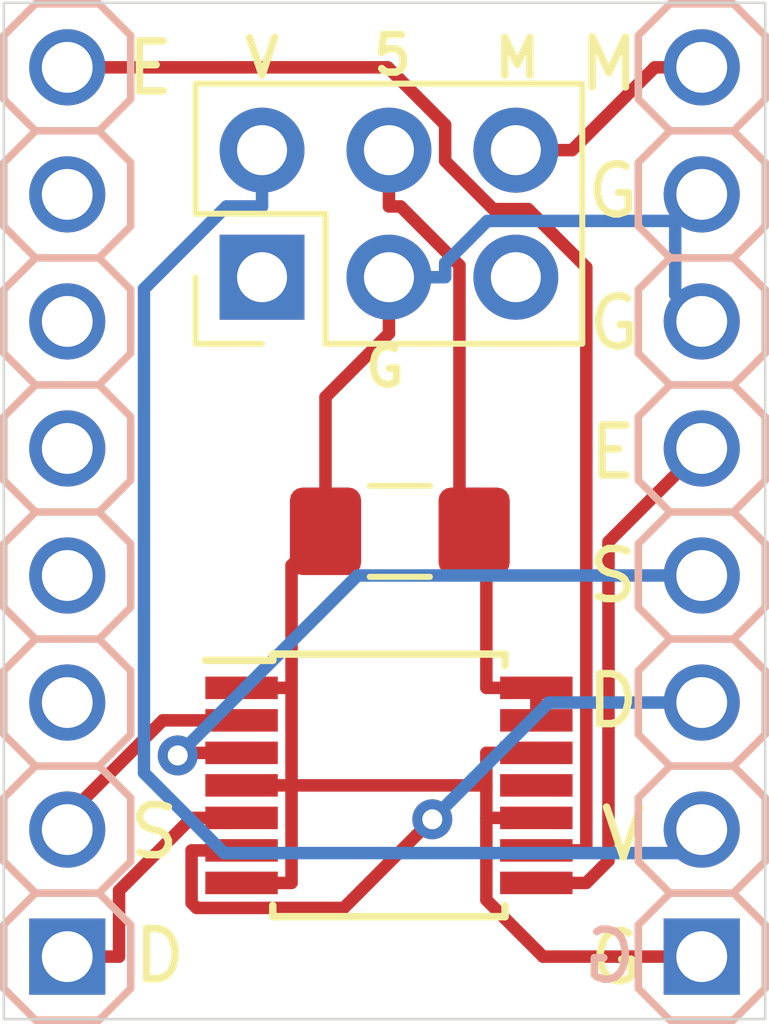
<source format=kicad_pcb>
(kicad_pcb (version 20171130) (host pcbnew 5.1.5-52549c5~86~ubuntu18.04.1)

  (general
    (thickness 1.6)
    (drawings 20)
    (tracks 78)
    (zones 0)
    (modules 5)
    (nets 11)
  )

  (page A4)
  (layers
    (0 Top signal)
    (31 Bottom signal)
    (36 B.SilkS user)
    (37 F.SilkS user)
    (38 B.Mask user hide)
    (39 F.Mask user hide)
    (40 Dwgs.User user hide)
    (41 Cmts.User user hide)
    (44 Edge.Cuts user hide)
    (45 Margin user hide)
    (46 B.CrtYd user hide)
    (47 F.CrtYd user hide)
  )

  (setup
    (last_trace_width 0.25)
    (trace_clearance 0.15)
    (zone_clearance 0.508)
    (zone_45_only no)
    (trace_min 0.15)
    (via_size 0.8)
    (via_drill 0.4)
    (via_min_size 0.4)
    (via_min_drill 0.3)
    (uvia_size 0.3)
    (uvia_drill 0.1)
    (uvias_allowed no)
    (uvia_min_size 0.2)
    (uvia_min_drill 0.1)
    (edge_width 0.05)
    (segment_width 0.2)
    (pcb_text_width 0.3)
    (pcb_text_size 1.5 1.5)
    (mod_edge_width 0.12)
    (mod_text_size 1 1)
    (mod_text_width 0.15)
    (pad_size 1.524 1.524)
    (pad_drill 0.762)
    (pad_to_mask_clearance 0.051)
    (solder_mask_min_width 0.25)
    (aux_axis_origin 0 0)
    (visible_elements FFFFFF7F)
    (pcbplotparams
      (layerselection 0x010f0_ffffffff)
      (usegerberextensions true)
      (usegerberattributes true)
      (usegerberadvancedattributes false)
      (creategerberjobfile false)
      (excludeedgelayer true)
      (linewidth 0.100000)
      (plotframeref false)
      (viasonmask false)
      (mode 1)
      (useauxorigin false)
      (hpglpennumber 1)
      (hpglpenspeed 20)
      (hpglpendiameter 15.000000)
      (psnegative false)
      (psa4output false)
      (plotreference true)
      (plotvalue true)
      (plotinvisibletext false)
      (padsonsilk false)
      (subtractmaskfromsilk false)
      (outputformat 1)
      (mirror false)
      (drillshape 0)
      (scaleselection 1)
      (outputdirectory "/home/wormley/tmp/z/"))
  )

  (net 0 "")
  (net 1 GND)
  (net 2 /BMB2)
  (net 3 /BMA1)
  (net 4 /VCC_IO)
  (net 5 /BMB1)
  (net 6 "Net-(C1-Pad1)")
  (net 7 /+VM)
  (net 8 /EN)
  (net 9 /STEP)
  (net 10 /DIR)

  (net_class Default "This is the default net class."
    (clearance 0.15)
    (trace_width 0.25)
    (via_dia 0.8)
    (via_drill 0.4)
    (uvia_dia 0.3)
    (uvia_drill 0.1)
    (add_net /+VM)
    (add_net /BMA1)
    (add_net /BMB1)
    (add_net /BMB2)
    (add_net /DIR)
    (add_net /EN)
    (add_net /STEP)
    (add_net /VCC_IO)
    (add_net GND)
    (add_net "Net-(C1-Pad1)")
  )

  (module Package_SO:TSSOP-14_4.4x5mm_P0.65mm (layer Top) (tedit 5A02F25C) (tstamp 5E1FAF8D)
    (at 148.59 110.49)
    (descr "14-Lead Plastic Thin Shrink Small Outline (ST)-4.4 mm Body [TSSOP] (see Microchip Packaging Specification 00000049BS.pdf)")
    (tags "SSOP 0.65")
    (path /5E206CAC)
    (attr smd)
    (fp_text reference U1 (at 0 -3.55) (layer F.SilkS) hide
      (effects (font (size 1 1) (thickness 0.15)))
    )
    (fp_text value SN74LV4T125 (at 0 3.55) (layer F.Fab) hide
      (effects (font (size 1 1) (thickness 0.15)))
    )
    (fp_text user %R (at 0 0) (layer F.Fab)
      (effects (font (size 0.8 0.8) (thickness 0.15)))
    )
    (fp_line (start -2.325 -2.5) (end -3.675 -2.5) (layer F.SilkS) (width 0.15))
    (fp_line (start -2.325 2.625) (end 2.325 2.625) (layer F.SilkS) (width 0.15))
    (fp_line (start -2.325 -2.625) (end 2.325 -2.625) (layer F.SilkS) (width 0.15))
    (fp_line (start -2.325 2.625) (end -2.325 2.4) (layer F.SilkS) (width 0.15))
    (fp_line (start 2.325 2.625) (end 2.325 2.4) (layer F.SilkS) (width 0.15))
    (fp_line (start 2.325 -2.625) (end 2.325 -2.4) (layer F.SilkS) (width 0.15))
    (fp_line (start -2.325 -2.625) (end -2.325 -2.5) (layer F.SilkS) (width 0.15))
    (fp_line (start -3.95 2.8) (end 3.95 2.8) (layer F.CrtYd) (width 0.05))
    (fp_line (start -3.95 -2.8) (end 3.95 -2.8) (layer F.CrtYd) (width 0.05))
    (fp_line (start 3.95 -2.8) (end 3.95 2.8) (layer F.CrtYd) (width 0.05))
    (fp_line (start -3.95 -2.8) (end -3.95 2.8) (layer F.CrtYd) (width 0.05))
    (fp_line (start -2.2 -1.5) (end -1.2 -2.5) (layer F.Fab) (width 0.15))
    (fp_line (start -2.2 2.5) (end -2.2 -1.5) (layer F.Fab) (width 0.15))
    (fp_line (start 2.2 2.5) (end -2.2 2.5) (layer F.Fab) (width 0.15))
    (fp_line (start 2.2 -2.5) (end 2.2 2.5) (layer F.Fab) (width 0.15))
    (fp_line (start -1.2 -2.5) (end 2.2 -2.5) (layer F.Fab) (width 0.15))
    (pad 14 smd rect (at 2.95 -1.95) (size 1.45 0.45) (layers Top F.Paste F.Mask)
      (net 6 "Net-(C1-Pad1)"))
    (pad 13 smd rect (at 2.95 -1.3) (size 1.45 0.45) (layers Top F.Paste F.Mask)
      (net 6 "Net-(C1-Pad1)"))
    (pad 12 smd rect (at 2.95 -0.65) (size 1.45 0.45) (layers Top F.Paste F.Mask)
      (net 1 GND))
    (pad 11 smd rect (at 2.95 0) (size 1.45 0.45) (layers Top F.Paste F.Mask))
    (pad 10 smd rect (at 2.95 0.65) (size 1.45 0.45) (layers Top F.Paste F.Mask)
      (net 1 GND))
    (pad 9 smd rect (at 2.95 1.3) (size 1.45 0.45) (layers Top F.Paste F.Mask)
      (net 8 /EN))
    (pad 8 smd rect (at 2.95 1.95) (size 1.45 0.45) (layers Top F.Paste F.Mask)
      (net 3 /BMA1))
    (pad 7 smd rect (at -2.95 1.95) (size 1.45 0.45) (layers Top F.Paste F.Mask)
      (net 1 GND))
    (pad 6 smd rect (at -2.95 1.3) (size 1.45 0.45) (layers Top F.Paste F.Mask)
      (net 2 /BMB2))
    (pad 5 smd rect (at -2.95 0.65) (size 1.45 0.45) (layers Top F.Paste F.Mask)
      (net 10 /DIR))
    (pad 4 smd rect (at -2.95 0) (size 1.45 0.45) (layers Top F.Paste F.Mask)
      (net 1 GND))
    (pad 3 smd rect (at -2.95 -0.65) (size 1.45 0.45) (layers Top F.Paste F.Mask)
      (net 5 /BMB1))
    (pad 2 smd rect (at -2.95 -1.3) (size 1.45 0.45) (layers Top F.Paste F.Mask)
      (net 9 /STEP))
    (pad 1 smd rect (at -2.95 -1.95) (size 1.45 0.45) (layers Top F.Paste F.Mask)
      (net 1 GND))
    (model ${KISYS3DMOD}/Package_SO.3dshapes/TSSOP-14_4.4x5mm_P0.65mm.wrl
      (at (xyz 0 0 0))
      (scale (xyz 1 1 1))
      (rotate (xyz 0 0 0))
    )
  )

  (module Connector_PinHeader_2.54mm:PinHeader_2x03_P2.54mm_Vertical (layer Top) (tedit 59FED5CC) (tstamp 5E1FAD89)
    (at 146.05 100.33 90)
    (descr "Through hole straight pin header, 2x03, 2.54mm pitch, double rows")
    (tags "Through hole pin header THT 2x03 2.54mm double row")
    (path /5E2221A4)
    (fp_text reference J1 (at 1.27 -2.33 90) (layer F.SilkS) hide
      (effects (font (size 1 1) (thickness 0.15)))
    )
    (fp_text value Conn_02x03_Odd_Even (at 2.54 20.32 90) (layer F.Fab) hide
      (effects (font (size 1 1) (thickness 0.15)))
    )
    (fp_text user %R (at 1.27 2.54) (layer F.Fab)
      (effects (font (size 1 1) (thickness 0.15)))
    )
    (fp_line (start 4.35 -1.8) (end -1.8 -1.8) (layer F.CrtYd) (width 0.05))
    (fp_line (start 4.35 6.85) (end 4.35 -1.8) (layer F.CrtYd) (width 0.05))
    (fp_line (start -1.8 6.85) (end 4.35 6.85) (layer F.CrtYd) (width 0.05))
    (fp_line (start -1.8 -1.8) (end -1.8 6.85) (layer F.CrtYd) (width 0.05))
    (fp_line (start -1.33 -1.33) (end 0 -1.33) (layer F.SilkS) (width 0.12))
    (fp_line (start -1.33 0) (end -1.33 -1.33) (layer F.SilkS) (width 0.12))
    (fp_line (start 1.27 -1.33) (end 3.87 -1.33) (layer F.SilkS) (width 0.12))
    (fp_line (start 1.27 1.27) (end 1.27 -1.33) (layer F.SilkS) (width 0.12))
    (fp_line (start -1.33 1.27) (end 1.27 1.27) (layer F.SilkS) (width 0.12))
    (fp_line (start 3.87 -1.33) (end 3.87 6.41) (layer F.SilkS) (width 0.12))
    (fp_line (start -1.33 1.27) (end -1.33 6.41) (layer F.SilkS) (width 0.12))
    (fp_line (start -1.33 6.41) (end 3.87 6.41) (layer F.SilkS) (width 0.12))
    (fp_line (start -1.27 0) (end 0 -1.27) (layer F.Fab) (width 0.1))
    (fp_line (start -1.27 6.35) (end -1.27 0) (layer F.Fab) (width 0.1))
    (fp_line (start 3.81 6.35) (end -1.27 6.35) (layer F.Fab) (width 0.1))
    (fp_line (start 3.81 -1.27) (end 3.81 6.35) (layer F.Fab) (width 0.1))
    (fp_line (start 0 -1.27) (end 3.81 -1.27) (layer F.Fab) (width 0.1))
    (pad 6 thru_hole oval (at 2.54 5.08 90) (size 1.7 1.7) (drill 1) (layers *.Cu *.Mask)
      (net 7 /+VM))
    (pad 5 thru_hole oval (at 0 5.08 90) (size 1.7 1.7) (drill 1) (layers *.Cu *.Mask))
    (pad 4 thru_hole oval (at 2.54 2.54 90) (size 1.7 1.7) (drill 1) (layers *.Cu *.Mask)
      (net 6 "Net-(C1-Pad1)"))
    (pad 3 thru_hole oval (at 0 2.54 90) (size 1.7 1.7) (drill 1) (layers *.Cu *.Mask)
      (net 1 GND))
    (pad 2 thru_hole oval (at 2.54 0 90) (size 1.7 1.7) (drill 1) (layers *.Cu *.Mask)
      (net 4 /VCC_IO))
    (pad 1 thru_hole rect (at 0 0 90) (size 1.7 1.7) (drill 1) (layers *.Cu *.Mask))
    (model ${KISYS3DMOD}/Connector_PinHeader_2.54mm.3dshapes/PinHeader_2x03_P2.54mm_Vertical.wrl
      (at (xyz 0 0 0))
      (scale (xyz 1 1 1))
      (rotate (xyz 0 0 0))
    )
  )

  (module Capacitor_SMD:C_1206_3216Metric_Pad1.42x1.75mm_HandSolder (layer Top) (tedit 5B301BBE) (tstamp 5E1FAD6D)
    (at 148.808 105.41 180)
    (descr "Capacitor SMD 1206 (3216 Metric), square (rectangular) end terminal, IPC_7351 nominal with elongated pad for handsoldering. (Body size source: http://www.tortai-tech.com/upload/download/2011102023233369053.pdf), generated with kicad-footprint-generator")
    (tags "capacitor handsolder")
    (path /5E22F494)
    (attr smd)
    (fp_text reference C1 (at 0 -1.82) (layer F.SilkS) hide
      (effects (font (size 1 1) (thickness 0.15)))
    )
    (fp_text value CP (at 0 1.82) (layer F.Fab) hide
      (effects (font (size 1 1) (thickness 0.15)))
    )
    (fp_text user %R (at 0 0) (layer F.Fab)
      (effects (font (size 0.8 0.8) (thickness 0.12)))
    )
    (fp_line (start 2.45 1.12) (end -2.45 1.12) (layer F.CrtYd) (width 0.05))
    (fp_line (start 2.45 -1.12) (end 2.45 1.12) (layer F.CrtYd) (width 0.05))
    (fp_line (start -2.45 -1.12) (end 2.45 -1.12) (layer F.CrtYd) (width 0.05))
    (fp_line (start -2.45 1.12) (end -2.45 -1.12) (layer F.CrtYd) (width 0.05))
    (fp_line (start -0.602064 0.91) (end 0.602064 0.91) (layer F.SilkS) (width 0.12))
    (fp_line (start -0.602064 -0.91) (end 0.602064 -0.91) (layer F.SilkS) (width 0.12))
    (fp_line (start 1.6 0.8) (end -1.6 0.8) (layer F.Fab) (width 0.1))
    (fp_line (start 1.6 -0.8) (end 1.6 0.8) (layer F.Fab) (width 0.1))
    (fp_line (start -1.6 -0.8) (end 1.6 -0.8) (layer F.Fab) (width 0.1))
    (fp_line (start -1.6 0.8) (end -1.6 -0.8) (layer F.Fab) (width 0.1))
    (pad 2 smd roundrect (at 1.4875 0 180) (size 1.425 1.75) (layers Top F.Paste F.Mask) (roundrect_rratio 0.175439)
      (net 1 GND))
    (pad 1 smd roundrect (at -1.4875 0 180) (size 1.425 1.75) (layers Top F.Paste F.Mask) (roundrect_rratio 0.175439)
      (net 6 "Net-(C1-Pad1)"))
    (model ${KISYS3DMOD}/Capacitor_SMD.3dshapes/C_1206_3216Metric.wrl
      (at (xyz 0 0 0))
      (scale (xyz 1 1 1))
      (rotate (xyz 0 0 0))
    )
  )

  (module SilentStepStick-TMC5160_v14:1X08-S (layer Bottom) (tedit 0) (tstamp 5E1E078E)
    (at 142.151 105.024 90)
    (descr "<b>PIN HEADER</b> - 2.54")
    (path /D245C58C)
    (fp_text reference P1 (at -10.2362 1.8288 90) (layer B.SilkS) hide
      (effects (font (size 1.2065 1.2065) (thickness 0.127)) (justify left top mirror))
    )
    (fp_text value MA08-1 (at -10.16 -3.175 90) (layer B.Fab) hide
      (effects (font (size 1.2065 1.2065) (thickness 0.1016)) (justify left top mirror))
    )
    (fp_poly (pts (xy 8.636 -0.254) (xy 9.144 -0.254) (xy 9.144 0.254) (xy 8.636 0.254)) (layer B.Fab) (width 0))
    (fp_poly (pts (xy -9.144 -0.254) (xy -8.636 -0.254) (xy -8.636 0.254) (xy -9.144 0.254)) (layer B.Fab) (width 0))
    (fp_poly (pts (xy -6.604 -0.254) (xy -6.096 -0.254) (xy -6.096 0.254) (xy -6.604 0.254)) (layer B.Fab) (width 0))
    (fp_poly (pts (xy -4.064 -0.254) (xy -3.556 -0.254) (xy -3.556 0.254) (xy -4.064 0.254)) (layer B.Fab) (width 0))
    (fp_poly (pts (xy -1.524 -0.254) (xy -1.016 -0.254) (xy -1.016 0.254) (xy -1.524 0.254)) (layer B.Fab) (width 0))
    (fp_poly (pts (xy 1.016 -0.254) (xy 1.524 -0.254) (xy 1.524 0.254) (xy 1.016 0.254)) (layer B.Fab) (width 0))
    (fp_poly (pts (xy 3.556 -0.254) (xy 4.064 -0.254) (xy 4.064 0.254) (xy 3.556 0.254)) (layer B.Fab) (width 0))
    (fp_poly (pts (xy 6.096 -0.254) (xy 6.604 -0.254) (xy 6.604 0.254) (xy 6.096 0.254)) (layer B.Fab) (width 0))
    (fp_line (start 9.525 -1.27) (end 8.255 -1.27) (layer B.SilkS) (width 0.1524))
    (fp_line (start 7.62 -0.635) (end 8.255 -1.27) (layer B.SilkS) (width 0.1524))
    (fp_line (start 8.255 1.27) (end 7.62 0.635) (layer B.SilkS) (width 0.1524))
    (fp_line (start 10.16 -0.635) (end 9.525 -1.27) (layer B.SilkS) (width 0.1524))
    (fp_line (start 10.16 0.635) (end 10.16 -0.635) (layer B.SilkS) (width 0.1524))
    (fp_line (start 9.525 1.27) (end 10.16 0.635) (layer B.SilkS) (width 0.1524))
    (fp_line (start 8.255 1.27) (end 9.525 1.27) (layer B.SilkS) (width 0.1524))
    (fp_line (start -8.255 -1.27) (end -9.525 -1.27) (layer B.SilkS) (width 0.1524))
    (fp_line (start -10.16 -0.635) (end -9.525 -1.27) (layer B.SilkS) (width 0.1524))
    (fp_line (start -9.525 1.27) (end -10.16 0.635) (layer B.SilkS) (width 0.1524))
    (fp_line (start -10.16 0.635) (end -10.16 -0.635) (layer B.SilkS) (width 0.1524))
    (fp_line (start -6.985 -1.27) (end -7.62 -0.635) (layer B.SilkS) (width 0.1524))
    (fp_line (start -5.715 -1.27) (end -6.985 -1.27) (layer B.SilkS) (width 0.1524))
    (fp_line (start -5.08 -0.635) (end -5.715 -1.27) (layer B.SilkS) (width 0.1524))
    (fp_line (start -5.08 0.635) (end -5.08 -0.635) (layer B.SilkS) (width 0.1524))
    (fp_line (start -5.715 1.27) (end -5.08 0.635) (layer B.SilkS) (width 0.1524))
    (fp_line (start -6.985 1.27) (end -5.715 1.27) (layer B.SilkS) (width 0.1524))
    (fp_line (start -7.62 0.635) (end -6.985 1.27) (layer B.SilkS) (width 0.1524))
    (fp_line (start -7.62 -0.635) (end -8.255 -1.27) (layer B.SilkS) (width 0.1524))
    (fp_line (start -7.62 0.635) (end -7.62 -0.635) (layer B.SilkS) (width 0.1524))
    (fp_line (start -8.255 1.27) (end -7.62 0.635) (layer B.SilkS) (width 0.1524))
    (fp_line (start -9.525 1.27) (end -8.255 1.27) (layer B.SilkS) (width 0.1524))
    (fp_line (start -0.635 -1.27) (end -1.905 -1.27) (layer B.SilkS) (width 0.1524))
    (fp_line (start -2.54 -0.635) (end -1.905 -1.27) (layer B.SilkS) (width 0.1524))
    (fp_line (start -1.905 1.27) (end -2.54 0.635) (layer B.SilkS) (width 0.1524))
    (fp_line (start -4.445 -1.27) (end -5.08 -0.635) (layer B.SilkS) (width 0.1524))
    (fp_line (start -3.175 -1.27) (end -4.445 -1.27) (layer B.SilkS) (width 0.1524))
    (fp_line (start -2.54 -0.635) (end -3.175 -1.27) (layer B.SilkS) (width 0.1524))
    (fp_line (start -2.54 0.635) (end -2.54 -0.635) (layer B.SilkS) (width 0.1524))
    (fp_line (start -3.175 1.27) (end -2.54 0.635) (layer B.SilkS) (width 0.1524))
    (fp_line (start -4.445 1.27) (end -3.175 1.27) (layer B.SilkS) (width 0.1524))
    (fp_line (start -5.08 0.635) (end -4.445 1.27) (layer B.SilkS) (width 0.1524))
    (fp_line (start 0.635 -1.27) (end 0 -0.635) (layer B.SilkS) (width 0.1524))
    (fp_line (start 1.905 -1.27) (end 0.635 -1.27) (layer B.SilkS) (width 0.1524))
    (fp_line (start 2.54 -0.635) (end 1.905 -1.27) (layer B.SilkS) (width 0.1524))
    (fp_line (start 2.54 0.635) (end 2.54 -0.635) (layer B.SilkS) (width 0.1524))
    (fp_line (start 1.905 1.27) (end 2.54 0.635) (layer B.SilkS) (width 0.1524))
    (fp_line (start 0.635 1.27) (end 1.905 1.27) (layer B.SilkS) (width 0.1524))
    (fp_line (start 0 0.635) (end 0.635 1.27) (layer B.SilkS) (width 0.1524))
    (fp_line (start 0 -0.635) (end -0.635 -1.27) (layer B.SilkS) (width 0.1524))
    (fp_line (start 0 0.635) (end 0 -0.635) (layer B.SilkS) (width 0.1524))
    (fp_line (start -0.635 1.27) (end 0 0.635) (layer B.SilkS) (width 0.1524))
    (fp_line (start -1.905 1.27) (end -0.635 1.27) (layer B.SilkS) (width 0.1524))
    (fp_line (start 6.985 -1.27) (end 5.715 -1.27) (layer B.SilkS) (width 0.1524))
    (fp_line (start 5.08 -0.635) (end 5.715 -1.27) (layer B.SilkS) (width 0.1524))
    (fp_line (start 5.715 1.27) (end 5.08 0.635) (layer B.SilkS) (width 0.1524))
    (fp_line (start 3.175 -1.27) (end 2.54 -0.635) (layer B.SilkS) (width 0.1524))
    (fp_line (start 4.445 -1.27) (end 3.175 -1.27) (layer B.SilkS) (width 0.1524))
    (fp_line (start 5.08 -0.635) (end 4.445 -1.27) (layer B.SilkS) (width 0.1524))
    (fp_line (start 5.08 0.635) (end 5.08 -0.635) (layer B.SilkS) (width 0.1524))
    (fp_line (start 4.445 1.27) (end 5.08 0.635) (layer B.SilkS) (width 0.1524))
    (fp_line (start 3.175 1.27) (end 4.445 1.27) (layer B.SilkS) (width 0.1524))
    (fp_line (start 2.54 0.635) (end 3.175 1.27) (layer B.SilkS) (width 0.1524))
    (fp_line (start 7.62 -0.635) (end 6.985 -1.27) (layer B.SilkS) (width 0.1524))
    (fp_line (start 7.62 0.635) (end 7.62 -0.635) (layer B.SilkS) (width 0.1524))
    (fp_line (start 6.985 1.27) (end 7.62 0.635) (layer B.SilkS) (width 0.1524))
    (fp_line (start 5.715 1.27) (end 6.985 1.27) (layer B.SilkS) (width 0.1524))
    (pad 8 thru_hole circle (at 8.89 0 90) (size 1.524 1.524) (drill 1.016) (layers *.Cu *.Mask)
      (net 8 /EN))
    (pad 7 thru_hole circle (at 6.35 0 90) (size 1.524 1.524) (drill 1.016) (layers *.Cu *.Mask))
    (pad 6 thru_hole circle (at 3.81 0 90) (size 1.524 1.524) (drill 1.016) (layers *.Cu *.Mask))
    (pad 5 thru_hole circle (at 1.27 0 90) (size 1.524 1.524) (drill 1.016) (layers *.Cu *.Mask))
    (pad 4 thru_hole circle (at -1.27 0 90) (size 1.524 1.524) (drill 1.016) (layers *.Cu *.Mask))
    (pad 3 thru_hole circle (at -3.81 0 90) (size 1.524 1.524) (drill 1.016) (layers *.Cu *.Mask))
    (pad 2 thru_hole circle (at -6.35 0 90) (size 1.524 1.524) (drill 1.016) (layers *.Cu *.Mask)
      (net 9 /STEP))
    (pad 1 thru_hole rect (at -8.89 0 90) (size 1.524 1.524) (drill 1.016) (layers *.Cu *.Mask)
      (net 10 /DIR))
  )

  (module SilentStepStick-TMC5160_v14:1X08-S (layer Bottom) (tedit 0) (tstamp 5E1E07DA)
    (at 154.851 105.024 90)
    (descr "<b>PIN HEADER</b> - 2.54")
    (path /2560E369)
    (fp_text reference P2 (at -10.2362 1.8288 90) (layer B.SilkS) hide
      (effects (font (size 1.2065 1.2065) (thickness 0.127)) (justify left top mirror))
    )
    (fp_text value MA08-1 (at -10.16 -3.175 90) (layer B.Fab) hide
      (effects (font (size 1.2065 1.2065) (thickness 0.1016)) (justify left top mirror))
    )
    (fp_poly (pts (xy 8.636 -0.254) (xy 9.144 -0.254) (xy 9.144 0.254) (xy 8.636 0.254)) (layer B.Fab) (width 0))
    (fp_poly (pts (xy -9.144 -0.254) (xy -8.636 -0.254) (xy -8.636 0.254) (xy -9.144 0.254)) (layer B.Fab) (width 0))
    (fp_poly (pts (xy -6.604 -0.254) (xy -6.096 -0.254) (xy -6.096 0.254) (xy -6.604 0.254)) (layer B.Fab) (width 0))
    (fp_poly (pts (xy -4.064 -0.254) (xy -3.556 -0.254) (xy -3.556 0.254) (xy -4.064 0.254)) (layer B.Fab) (width 0))
    (fp_poly (pts (xy -1.524 -0.254) (xy -1.016 -0.254) (xy -1.016 0.254) (xy -1.524 0.254)) (layer B.Fab) (width 0))
    (fp_poly (pts (xy 1.016 -0.254) (xy 1.524 -0.254) (xy 1.524 0.254) (xy 1.016 0.254)) (layer B.Fab) (width 0))
    (fp_poly (pts (xy 3.556 -0.254) (xy 4.064 -0.254) (xy 4.064 0.254) (xy 3.556 0.254)) (layer B.Fab) (width 0))
    (fp_poly (pts (xy 6.096 -0.254) (xy 6.604 -0.254) (xy 6.604 0.254) (xy 6.096 0.254)) (layer B.Fab) (width 0))
    (fp_line (start 9.525 -1.27) (end 8.255 -1.27) (layer B.SilkS) (width 0.1524))
    (fp_line (start 7.62 -0.635) (end 8.255 -1.27) (layer B.SilkS) (width 0.1524))
    (fp_line (start 8.255 1.27) (end 7.62 0.635) (layer B.SilkS) (width 0.1524))
    (fp_line (start 10.16 -0.635) (end 9.525 -1.27) (layer B.SilkS) (width 0.1524))
    (fp_line (start 10.16 0.635) (end 10.16 -0.635) (layer B.SilkS) (width 0.1524))
    (fp_line (start 9.525 1.27) (end 10.16 0.635) (layer B.SilkS) (width 0.1524))
    (fp_line (start 8.255 1.27) (end 9.525 1.27) (layer B.SilkS) (width 0.1524))
    (fp_line (start -8.255 -1.27) (end -9.525 -1.27) (layer B.SilkS) (width 0.1524))
    (fp_line (start -10.16 -0.635) (end -9.525 -1.27) (layer B.SilkS) (width 0.1524))
    (fp_line (start -9.525 1.27) (end -10.16 0.635) (layer B.SilkS) (width 0.1524))
    (fp_line (start -10.16 0.635) (end -10.16 -0.635) (layer B.SilkS) (width 0.1524))
    (fp_line (start -6.985 -1.27) (end -7.62 -0.635) (layer B.SilkS) (width 0.1524))
    (fp_line (start -5.715 -1.27) (end -6.985 -1.27) (layer B.SilkS) (width 0.1524))
    (fp_line (start -5.08 -0.635) (end -5.715 -1.27) (layer B.SilkS) (width 0.1524))
    (fp_line (start -5.08 0.635) (end -5.08 -0.635) (layer B.SilkS) (width 0.1524))
    (fp_line (start -5.715 1.27) (end -5.08 0.635) (layer B.SilkS) (width 0.1524))
    (fp_line (start -6.985 1.27) (end -5.715 1.27) (layer B.SilkS) (width 0.1524))
    (fp_line (start -7.62 0.635) (end -6.985 1.27) (layer B.SilkS) (width 0.1524))
    (fp_line (start -7.62 -0.635) (end -8.255 -1.27) (layer B.SilkS) (width 0.1524))
    (fp_line (start -7.62 0.635) (end -7.62 -0.635) (layer B.SilkS) (width 0.1524))
    (fp_line (start -8.255 1.27) (end -7.62 0.635) (layer B.SilkS) (width 0.1524))
    (fp_line (start -9.525 1.27) (end -8.255 1.27) (layer B.SilkS) (width 0.1524))
    (fp_line (start -0.635 -1.27) (end -1.905 -1.27) (layer B.SilkS) (width 0.1524))
    (fp_line (start -2.54 -0.635) (end -1.905 -1.27) (layer B.SilkS) (width 0.1524))
    (fp_line (start -1.905 1.27) (end -2.54 0.635) (layer B.SilkS) (width 0.1524))
    (fp_line (start -4.445 -1.27) (end -5.08 -0.635) (layer B.SilkS) (width 0.1524))
    (fp_line (start -3.175 -1.27) (end -4.445 -1.27) (layer B.SilkS) (width 0.1524))
    (fp_line (start -2.54 -0.635) (end -3.175 -1.27) (layer B.SilkS) (width 0.1524))
    (fp_line (start -2.54 0.635) (end -2.54 -0.635) (layer B.SilkS) (width 0.1524))
    (fp_line (start -3.175 1.27) (end -2.54 0.635) (layer B.SilkS) (width 0.1524))
    (fp_line (start -4.445 1.27) (end -3.175 1.27) (layer B.SilkS) (width 0.1524))
    (fp_line (start -5.08 0.635) (end -4.445 1.27) (layer B.SilkS) (width 0.1524))
    (fp_line (start 0.635 -1.27) (end 0 -0.635) (layer B.SilkS) (width 0.1524))
    (fp_line (start 1.905 -1.27) (end 0.635 -1.27) (layer B.SilkS) (width 0.1524))
    (fp_line (start 2.54 -0.635) (end 1.905 -1.27) (layer B.SilkS) (width 0.1524))
    (fp_line (start 2.54 0.635) (end 2.54 -0.635) (layer B.SilkS) (width 0.1524))
    (fp_line (start 1.905 1.27) (end 2.54 0.635) (layer B.SilkS) (width 0.1524))
    (fp_line (start 0.635 1.27) (end 1.905 1.27) (layer B.SilkS) (width 0.1524))
    (fp_line (start 0 0.635) (end 0.635 1.27) (layer B.SilkS) (width 0.1524))
    (fp_line (start 0 -0.635) (end -0.635 -1.27) (layer B.SilkS) (width 0.1524))
    (fp_line (start 0 0.635) (end 0 -0.635) (layer B.SilkS) (width 0.1524))
    (fp_line (start -0.635 1.27) (end 0 0.635) (layer B.SilkS) (width 0.1524))
    (fp_line (start -1.905 1.27) (end -0.635 1.27) (layer B.SilkS) (width 0.1524))
    (fp_line (start 6.985 -1.27) (end 5.715 -1.27) (layer B.SilkS) (width 0.1524))
    (fp_line (start 5.08 -0.635) (end 5.715 -1.27) (layer B.SilkS) (width 0.1524))
    (fp_line (start 5.715 1.27) (end 5.08 0.635) (layer B.SilkS) (width 0.1524))
    (fp_line (start 3.175 -1.27) (end 2.54 -0.635) (layer B.SilkS) (width 0.1524))
    (fp_line (start 4.445 -1.27) (end 3.175 -1.27) (layer B.SilkS) (width 0.1524))
    (fp_line (start 5.08 -0.635) (end 4.445 -1.27) (layer B.SilkS) (width 0.1524))
    (fp_line (start 5.08 0.635) (end 5.08 -0.635) (layer B.SilkS) (width 0.1524))
    (fp_line (start 4.445 1.27) (end 5.08 0.635) (layer B.SilkS) (width 0.1524))
    (fp_line (start 3.175 1.27) (end 4.445 1.27) (layer B.SilkS) (width 0.1524))
    (fp_line (start 2.54 0.635) (end 3.175 1.27) (layer B.SilkS) (width 0.1524))
    (fp_line (start 7.62 -0.635) (end 6.985 -1.27) (layer B.SilkS) (width 0.1524))
    (fp_line (start 7.62 0.635) (end 7.62 -0.635) (layer B.SilkS) (width 0.1524))
    (fp_line (start 6.985 1.27) (end 7.62 0.635) (layer B.SilkS) (width 0.1524))
    (fp_line (start 5.715 1.27) (end 6.985 1.27) (layer B.SilkS) (width 0.1524))
    (pad 8 thru_hole circle (at 8.89 0 90) (size 1.524 1.524) (drill 1.016) (layers *.Cu *.Mask)
      (net 7 /+VM))
    (pad 7 thru_hole circle (at 6.35 0 90) (size 1.524 1.524) (drill 1.016) (layers *.Cu *.Mask)
      (net 1 GND))
    (pad 6 thru_hole circle (at 3.81 0 90) (size 1.524 1.524) (drill 1.016) (layers *.Cu *.Mask)
      (net 1 GND))
    (pad 5 thru_hole circle (at 1.27 0 90) (size 1.524 1.524) (drill 1.016) (layers *.Cu *.Mask)
      (net 3 /BMA1))
    (pad 4 thru_hole circle (at -1.27 0 90) (size 1.524 1.524) (drill 1.016) (layers *.Cu *.Mask)
      (net 5 /BMB1))
    (pad 3 thru_hole circle (at -3.81 0 90) (size 1.524 1.524) (drill 1.016) (layers *.Cu *.Mask)
      (net 2 /BMB2))
    (pad 2 thru_hole circle (at -6.35 0 90) (size 1.524 1.524) (drill 1.016) (layers *.Cu *.Mask)
      (net 4 /VCC_IO))
    (pad 1 thru_hole rect (at -8.89 0 90) (size 1.524 1.524) (drill 1.016) (layers *.Cu *.Mask)
      (net 1 GND))
  )

  (gr_text G (at 148.51 102.13) (layer F.SilkS) (tstamp 5EADED0F)
    (effects (font (size 0.75 0.75) (thickness 0.15)))
  )
  (gr_text V (at 146.05 95.95) (layer F.SilkS) (tstamp 5EADED0F)
    (effects (font (size 0.75 0.75) (thickness 0.15)))
  )
  (gr_text 5 (at 148.66 95.89) (layer F.SilkS) (tstamp 5EADED0F)
    (effects (font (size 0.75 0.75) (thickness 0.15)))
  )
  (gr_text M (at 151.16 95.95) (layer F.SilkS)
    (effects (font (size 0.75 0.75) (thickness 0.15)))
  )
  (gr_text G (at 153.01 113.91) (layer B.SilkS) (tstamp 5E334494)
    (effects (font (size 1 1) (thickness 0.15)) (justify mirror))
  )
  (gr_text S (at 153.07 106.3) (layer F.SilkS)
    (effects (font (size 1 1) (thickness 0.15)))
  )
  (gr_text D (at 153.07 108.8) (layer F.SilkS)
    (effects (font (size 1 1) (thickness 0.15)))
  )
  (gr_text E (at 153.07 103.83) (layer F.SilkS)
    (effects (font (size 1 1) (thickness 0.15)))
  )
  (gr_text G (at 153.1 101.25) (layer F.SilkS)
    (effects (font (size 1 1) (thickness 0.15)))
  )
  (gr_text M (at 152.99 96.07) (layer F.SilkS)
    (effects (font (size 1 1) (thickness 0.15)))
  )
  (gr_text G (at 153.07 98.61) (layer F.SilkS)
    (effects (font (size 1 1) (thickness 0.15)))
  )
  (gr_text V (at 153.28 111.47) (layer F.SilkS)
    (effects (font (size 1 1) (thickness 0.15)))
  )
  (gr_text G (at 153.13 113.94) (layer F.SilkS)
    (effects (font (size 1 1) (thickness 0.15)))
  )
  (gr_text E (at 143.81 96.15) (layer F.SilkS)
    (effects (font (size 1 1) (thickness 0.15)))
  )
  (gr_text D (at 144 113.9) (layer F.SilkS)
    (effects (font (size 1 1) (thickness 0.15)))
  )
  (gr_text S (at 143.89 111.42) (layer F.SilkS)
    (effects (font (size 1 1) (thickness 0.15)))
  )
  (gr_line (start 140.8811 115.1636) (end 156.1211 115.1636) (layer Edge.Cuts) (width 0.05) (tstamp 9B08DDC0))
  (gr_line (start 156.1211 115.1636) (end 156.1211 94.8436) (layer Edge.Cuts) (width 0.05) (tstamp 9B08E210))
  (gr_line (start 156.1211 94.8436) (end 140.8811 94.8436) (layer Edge.Cuts) (width 0.05) (tstamp 9AFC1030))
  (gr_line (start 140.8811 94.8436) (end 140.8811 115.1636) (layer Edge.Cuts) (width 0.05) (tstamp 9AFC1490))

  (segment (start 154.3203 99.2047) (end 154.851 98.674) (width 0.25) (layer Bottom) (net 1))
  (segment (start 149.7153 100.33) (end 149.7153 100.0486) (width 0.25) (layer Bottom) (net 1))
  (segment (start 149.7153 100.0486) (end 150.5592 99.2047) (width 0.25) (layer Bottom) (net 1))
  (segment (start 150.5592 99.2047) (end 154.3203 99.2047) (width 0.25) (layer Bottom) (net 1))
  (segment (start 154.3203 99.2047) (end 154.3203 100.6833) (width 0.25) (layer Bottom) (net 1))
  (segment (start 154.3203 100.6833) (end 154.851 101.214) (width 0.25) (layer Bottom) (net 1))
  (segment (start 147.3205 105.41) (end 147.3205 102.7248) (width 0.25) (layer Top) (net 1))
  (segment (start 147.3205 102.7248) (end 148.59 101.4553) (width 0.25) (layer Top) (net 1))
  (segment (start 146.6403 108.54) (end 146.6403 106.0902) (width 0.25) (layer Top) (net 1))
  (segment (start 146.6403 106.0902) (end 147.3205 105.41) (width 0.25) (layer Top) (net 1))
  (segment (start 148.59 100.33) (end 148.59 101.4553) (width 0.25) (layer Top) (net 1))
  (segment (start 154.851 113.914) (end 151.6747 113.914) (width 0.25) (layer Top) (net 1))
  (segment (start 151.6747 113.914) (end 150.5397 112.779) (width 0.25) (layer Top) (net 1))
  (segment (start 150.5397 112.779) (end 150.5397 111.14) (width 0.25) (layer Top) (net 1))
  (segment (start 146.6403 108.54) (end 146.6403 110.49) (width 0.25) (layer Top) (net 1))
  (segment (start 146.5402 108.54) (end 146.6403 108.54) (width 0.25) (layer Top) (net 1))
  (segment (start 145.64 108.54) (end 146.5402 108.54) (width 0.25) (layer Top) (net 1))
  (segment (start 150.5397 110.49) (end 146.6403 110.49) (width 0.25) (layer Top) (net 1))
  (segment (start 150.5397 110.49) (end 150.5397 109.84) (width 0.25) (layer Top) (net 1))
  (segment (start 150.5397 111.14) (end 150.5397 110.49) (width 0.25) (layer Top) (net 1))
  (segment (start 145.64 112.44) (end 146.6403 112.44) (width 0.25) (layer Top) (net 1))
  (segment (start 146.6403 112.44) (end 146.6403 110.49) (width 0.25) (layer Top) (net 1))
  (segment (start 145.64 110.49) (end 146.6403 110.49) (width 0.25) (layer Top) (net 1))
  (segment (start 148.59 100.33) (end 149.7153 100.33) (width 0.25) (layer Bottom) (net 1))
  (segment (start 151.54 109.84) (end 150.5397 109.84) (width 0.25) (layer Top) (net 1))
  (segment (start 151.54 111.14) (end 150.5397 111.14) (width 0.25) (layer Top) (net 1))
  (segment (start 145.64 111.79) (end 144.6397 111.79) (width 0.25) (layer Top) (net 2))
  (segment (start 149.4579 111.1686) (end 147.6861 112.9404) (width 0.25) (layer Top) (net 2))
  (segment (start 147.6861 112.9404) (end 144.7396 112.9404) (width 0.25) (layer Top) (net 2))
  (segment (start 144.7396 112.9404) (end 144.6397 112.8405) (width 0.25) (layer Top) (net 2))
  (segment (start 144.6397 112.8405) (end 144.6397 111.79) (width 0.25) (layer Top) (net 2))
  (segment (start 154.851 108.834) (end 151.7925 108.834) (width 0.25) (layer Bottom) (net 2))
  (segment (start 151.7925 108.834) (end 149.4579 111.1686) (width 0.25) (layer Bottom) (net 2))
  (via (at 149.4579 111.1686) (size 0.8) (layers Top Bottom) (net 2))
  (segment (start 151.54 112.44) (end 152.5403 112.44) (width 0.25) (layer Top) (net 3))
  (segment (start 154.851 103.754) (end 152.9842 105.6208) (width 0.25) (layer Top) (net 3))
  (segment (start 152.9842 105.6208) (end 152.9842 111.9961) (width 0.25) (layer Top) (net 3))
  (segment (start 152.9842 111.9961) (end 152.5403 112.44) (width 0.25) (layer Top) (net 3))
  (segment (start 146.05 98.9153) (end 145.3366 98.9153) (width 0.25) (layer Bottom) (net 4))
  (segment (start 145.3366 98.9153) (end 143.6867 100.5652) (width 0.25) (layer Bottom) (net 4))
  (segment (start 143.6867 100.5652) (end 143.6867 110.2395) (width 0.25) (layer Bottom) (net 4))
  (segment (start 143.6867 110.2395) (end 145.2911 111.8439) (width 0.25) (layer Bottom) (net 4))
  (segment (start 145.2911 111.8439) (end 154.3811 111.8439) (width 0.25) (layer Bottom) (net 4))
  (segment (start 154.3811 111.8439) (end 154.851 111.374) (width 0.25) (layer Bottom) (net 4))
  (segment (start 146.05 97.79) (end 146.05 98.9153) (width 0.25) (layer Bottom) (net 4))
  (segment (start 144.3623 109.8917) (end 144.588 109.8917) (width 0.25) (layer Top) (net 5))
  (segment (start 144.588 109.8917) (end 144.6397 109.84) (width 0.25) (layer Top) (net 5))
  (segment (start 154.851 106.294) (end 147.96 106.294) (width 0.25) (layer Bottom) (net 5))
  (segment (start 147.96 106.294) (end 144.3623 109.8917) (width 0.25) (layer Bottom) (net 5))
  (segment (start 145.64 109.84) (end 144.6397 109.84) (width 0.25) (layer Top) (net 5))
  (via (at 144.3623 109.8917) (size 0.8) (layers Top Bottom) (net 5))
  (segment (start 148.59 97.79) (end 148.59 98.9153) (width 0.25) (layer Top) (net 6))
  (segment (start 150.2955 105.41) (end 150.0017 105.1162) (width 0.25) (layer Top) (net 6))
  (segment (start 150.0017 105.1162) (end 150.0017 100.0939) (width 0.25) (layer Top) (net 6))
  (segment (start 150.0017 100.0939) (end 148.8231 98.9153) (width 0.25) (layer Top) (net 6))
  (segment (start 148.8231 98.9153) (end 148.59 98.9153) (width 0.25) (layer Top) (net 6))
  (segment (start 150.5397 108.54) (end 150.5397 105.6542) (width 0.25) (layer Top) (net 6))
  (segment (start 150.5397 105.6542) (end 150.2955 105.41) (width 0.25) (layer Top) (net 6))
  (segment (start 151.54 108.54) (end 150.5397 108.54) (width 0.25) (layer Top) (net 6))
  (segment (start 151.54 109.19) (end 151.54 108.54) (width 0.25) (layer Top) (net 6))
  (segment (start 151.13 97.79) (end 152.2553 97.79) (width 0.25) (layer Top) (net 7))
  (segment (start 154.851 96.134) (end 153.9113 96.134) (width 0.25) (layer Top) (net 7))
  (segment (start 153.9113 96.134) (end 152.2553 97.79) (width 0.25) (layer Top) (net 7))
  (segment (start 151.54 111.79) (end 152.5403 111.79) (width 0.25) (layer Top) (net 8))
  (segment (start 142.151 96.134) (end 148.5672 96.134) (width 0.25) (layer Top) (net 8))
  (segment (start 148.5672 96.134) (end 149.7154 97.2822) (width 0.25) (layer Top) (net 8))
  (segment (start 149.7154 97.2822) (end 149.7154 98.0063) (width 0.25) (layer Top) (net 8))
  (segment (start 149.7154 98.0063) (end 150.6776 98.9685) (width 0.25) (layer Top) (net 8))
  (segment (start 150.6776 98.9685) (end 151.3762 98.9685) (width 0.25) (layer Top) (net 8))
  (segment (start 151.3762 98.9685) (end 152.5403 100.1326) (width 0.25) (layer Top) (net 8))
  (segment (start 152.5403 100.1326) (end 152.5403 111.79) (width 0.25) (layer Top) (net 8))
  (segment (start 145.64 109.19) (end 144.0639 109.19) (width 0.25) (layer Top) (net 9))
  (segment (start 144.0639 109.19) (end 142.151 111.1029) (width 0.25) (layer Top) (net 9))
  (segment (start 142.151 111.1029) (end 142.151 111.374) (width 0.25) (layer Top) (net 9))
  (segment (start 145.64 111.14) (end 144.6397 111.14) (width 0.25) (layer Top) (net 10))
  (segment (start 142.151 113.914) (end 143.1883 113.914) (width 0.25) (layer Top) (net 10))
  (segment (start 143.1883 113.914) (end 143.1883 112.5914) (width 0.25) (layer Top) (net 10))
  (segment (start 143.1883 112.5914) (end 144.6397 111.14) (width 0.25) (layer Top) (net 10))

)

</source>
